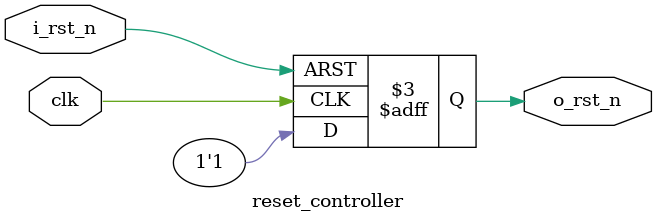
<source format=sv>
module reset_controller(
  input clk,
  input i_rst_n,
  output logic o_rst_n );
  
//Reset is active low
  always @(posedge clk or negedge i_rst_n)
    if ( ~i_rst_n )
          o_rst_n <= 0;
      else
          o_rst_n <= 1;

  
endmodule

</source>
